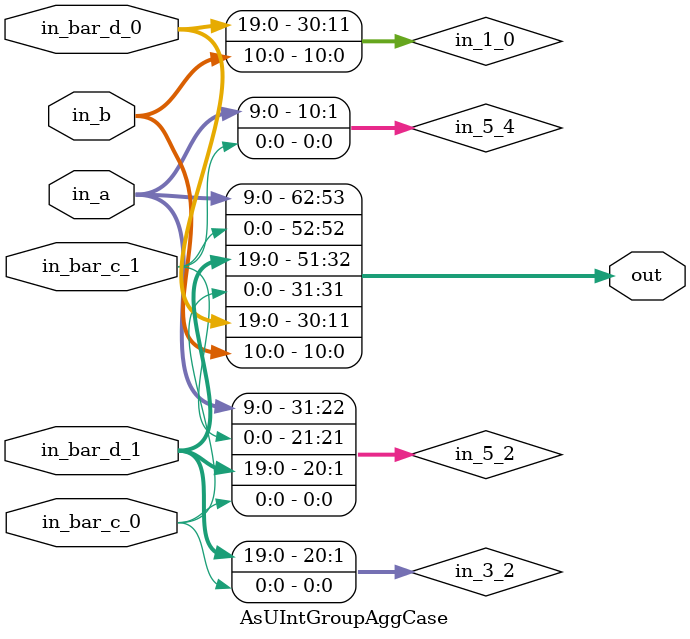
<source format=v>
module AsUIntGroupAggCase (
  input  [9:0]  in_a,
  input         in_bar_c_0,
  input  [19:0] in_bar_d_0,
  input         in_bar_c_1,
  input  [19:0] in_bar_d_1,
  input  [10:0] in_b,
  output [62:0] out
);
  wire [10:0]  in_5_4;
  wire [20:0]  in_3_2;
  wire [30:0]  in_1_0;
  wire [31:0]  in_5_2;

  assign out = {in_5_2, in_1_0};
  assign in_5_4 = {in_a, in_bar_c_1};
  assign in_3_2 = {in_bar_d_1, in_bar_c_0};
  assign in_1_0 = {in_bar_d_0, in_b};
  assign in_5_2 = {in_5_4, in_3_2};
endmodule

</source>
